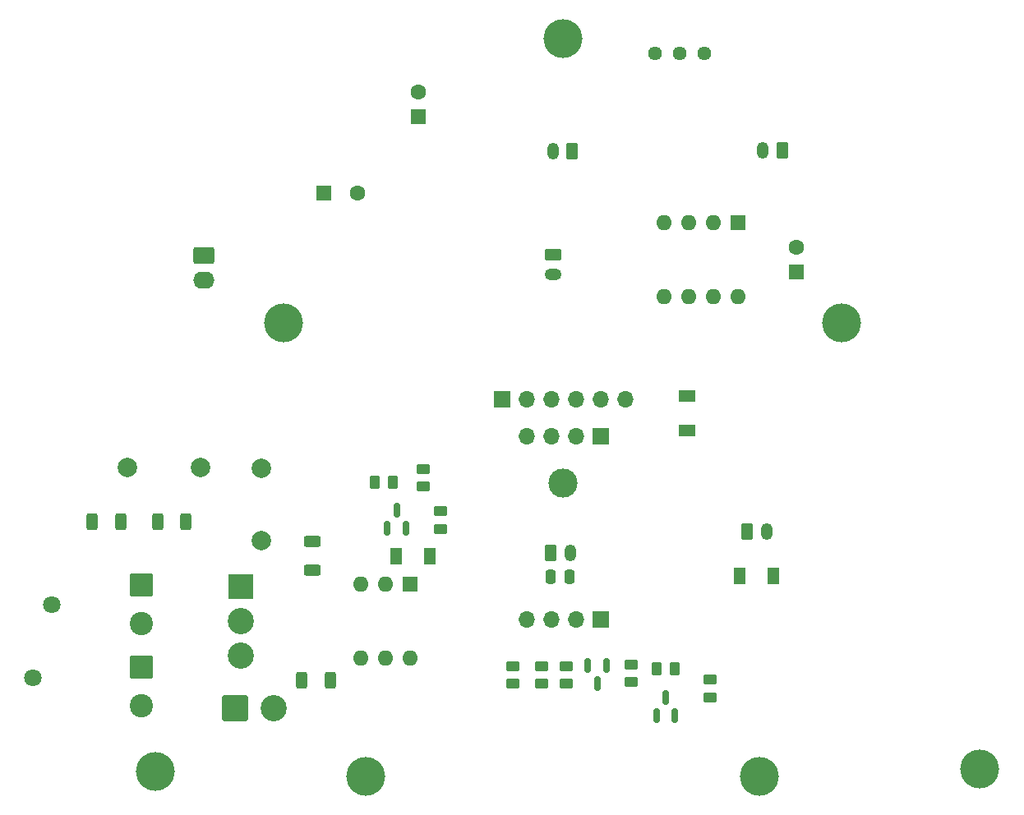
<source format=gbs>
G04 #@! TF.GenerationSoftware,KiCad,Pcbnew,(6.0.5)*
G04 #@! TF.CreationDate,2022-05-29T13:56:34+02:00*
G04 #@! TF.ProjectId,Jogurtownica,4a6f6775-7274-46f7-976e-6963612e6b69,rev?*
G04 #@! TF.SameCoordinates,Original*
G04 #@! TF.FileFunction,Soldermask,Bot*
G04 #@! TF.FilePolarity,Negative*
%FSLAX45Y45*%
G04 Gerber Fmt 4.5, Leading zero omitted, Abs format (unit mm)*
G04 Created by KiCad (PCBNEW (6.0.5)) date 2022-05-29 13:56:34*
%MOMM*%
%LPD*%
G01*
G04 APERTURE LIST*
G04 Aperture macros list*
%AMRoundRect*
0 Rectangle with rounded corners*
0 $1 Rounding radius*
0 $2 $3 $4 $5 $6 $7 $8 $9 X,Y pos of 4 corners*
0 Add a 4 corners polygon primitive as box body*
4,1,4,$2,$3,$4,$5,$6,$7,$8,$9,$2,$3,0*
0 Add four circle primitives for the rounded corners*
1,1,$1+$1,$2,$3*
1,1,$1+$1,$4,$5*
1,1,$1+$1,$6,$7*
1,1,$1+$1,$8,$9*
0 Add four rect primitives between the rounded corners*
20,1,$1+$1,$2,$3,$4,$5,0*
20,1,$1+$1,$4,$5,$6,$7,0*
20,1,$1+$1,$6,$7,$8,$9,0*
20,1,$1+$1,$8,$9,$2,$3,0*%
G04 Aperture macros list end*
%ADD10C,4.000000*%
%ADD11C,1.440000*%
%ADD12C,2.000000*%
%ADD13RoundRect,0.250000X-0.625000X0.350000X-0.625000X-0.350000X0.625000X-0.350000X0.625000X0.350000X0*%
%ADD14O,1.750000X1.200000*%
%ADD15RoundRect,0.250001X-0.949999X0.949999X-0.949999X-0.949999X0.949999X-0.949999X0.949999X0.949999X0*%
%ADD16C,2.400000*%
%ADD17R,1.600000X1.600000*%
%ADD18C,1.600000*%
%ADD19RoundRect,0.250000X0.350000X0.625000X-0.350000X0.625000X-0.350000X-0.625000X0.350000X-0.625000X0*%
%ADD20O,1.200000X1.750000*%
%ADD21RoundRect,0.250000X-0.845000X0.620000X-0.845000X-0.620000X0.845000X-0.620000X0.845000X0.620000X0*%
%ADD22O,2.190000X1.740000*%
%ADD23C,1.800000*%
%ADD24RoundRect,0.250000X-0.350000X-0.625000X0.350000X-0.625000X0.350000X0.625000X-0.350000X0.625000X0*%
%ADD25O,1.600000X1.600000*%
%ADD26RoundRect,0.250001X-1.099999X-1.099999X1.099999X-1.099999X1.099999X1.099999X-1.099999X1.099999X0*%
%ADD27C,2.700000*%
%ADD28C,3.000000*%
%ADD29R,2.500000X2.500000*%
%ADD30RoundRect,0.250000X-0.450000X0.262500X-0.450000X-0.262500X0.450000X-0.262500X0.450000X0.262500X0*%
%ADD31RoundRect,0.150000X-0.150000X0.587500X-0.150000X-0.587500X0.150000X-0.587500X0.150000X0.587500X0*%
%ADD32R,1.700000X1.300000*%
%ADD33R,1.700000X1.700000*%
%ADD34O,1.700000X1.700000*%
%ADD35R,1.300000X1.700000*%
%ADD36RoundRect,0.250000X-0.312500X-0.625000X0.312500X-0.625000X0.312500X0.625000X-0.312500X0.625000X0*%
%ADD37RoundRect,0.250000X0.312500X0.625000X-0.312500X0.625000X-0.312500X-0.625000X0.312500X-0.625000X0*%
%ADD38RoundRect,0.250000X0.450000X-0.262500X0.450000X0.262500X-0.450000X0.262500X-0.450000X-0.262500X0*%
%ADD39RoundRect,0.150000X0.150000X-0.587500X0.150000X0.587500X-0.150000X0.587500X-0.150000X-0.587500X0*%
%ADD40RoundRect,0.250000X-0.262500X-0.450000X0.262500X-0.450000X0.262500X0.450000X-0.262500X0.450000X0*%
%ADD41RoundRect,0.250000X-0.625000X0.312500X-0.625000X-0.312500X0.625000X-0.312500X0.625000X0.312500X0*%
%ADD42RoundRect,0.250000X0.262500X0.450000X-0.262500X0.450000X-0.262500X-0.450000X0.262500X-0.450000X0*%
%ADD43RoundRect,0.250000X-0.250000X-0.475000X0.250000X-0.475000X0.250000X0.475000X-0.250000X0.475000X0*%
G04 APERTURE END LIST*
D10*
G04 #@! TO.C,REF\u002A\u002A*
X14300000Y-12525000D03*
G04 #@! TD*
D11*
G04 #@! TO.C,RV1*
X10950000Y-5152500D03*
X11204000Y-5152500D03*
X11458000Y-5152500D03*
G04 #@! TD*
D10*
G04 #@! TO.C,REF\u002A\u002A*
X7125000Y-7925000D03*
G04 #@! TD*
D12*
G04 #@! TO.C,C7*
X6900000Y-10174500D03*
X6900000Y-9424500D03*
G04 #@! TD*
D13*
G04 #@! TO.C,J2*
X9900000Y-7225000D03*
D14*
X9900000Y-7425000D03*
G04 #@! TD*
D15*
G04 #@! TO.C,J10*
X5660000Y-10630000D03*
D16*
X5660000Y-11026000D03*
G04 #@! TD*
D17*
G04 #@! TO.C,C1*
X7540000Y-6590000D03*
D18*
X7890000Y-6590000D03*
G04 #@! TD*
D17*
G04 #@! TO.C,C4*
X12410000Y-7400511D03*
D18*
X12410000Y-7150511D03*
G04 #@! TD*
D17*
G04 #@! TO.C,C5*
X8510000Y-5800511D03*
D18*
X8510000Y-5550511D03*
G04 #@! TD*
D19*
G04 #@! TO.C,J8*
X12260000Y-6150000D03*
D20*
X12060000Y-6150000D03*
G04 #@! TD*
D21*
G04 #@! TO.C,J1*
X6307028Y-7236046D03*
D22*
X6307028Y-7490046D03*
G04 #@! TD*
D23*
G04 #@! TO.C,RV2*
X4735000Y-10835000D03*
X4545000Y-11585000D03*
G04 #@! TD*
D24*
G04 #@! TO.C,J9*
X11900000Y-10080000D03*
D20*
X12100000Y-10080000D03*
G04 #@! TD*
D15*
G04 #@! TO.C,J11*
X5660000Y-11480000D03*
D16*
X5660000Y-11876000D03*
G04 #@! TD*
D17*
G04 #@! TO.C,U3*
X8427500Y-10620000D03*
D25*
X8173500Y-10620000D03*
X7919500Y-10620000D03*
X7919500Y-11382000D03*
X8173500Y-11382000D03*
X8427500Y-11382000D03*
G04 #@! TD*
D24*
G04 #@! TO.C,J6*
X9880000Y-10300000D03*
D20*
X10080000Y-10300000D03*
G04 #@! TD*
D26*
G04 #@! TO.C,J12*
X6627000Y-11897500D03*
D27*
X7023000Y-11897500D03*
G04 #@! TD*
D10*
G04 #@! TO.C,REF\u002A\u002A*
X5800000Y-12550000D03*
G04 #@! TD*
G04 #@! TO.C,REF\u002A\u002A*
X10000000Y-5000000D03*
G04 #@! TD*
D17*
G04 #@! TO.C,U2*
X11805000Y-6895000D03*
D25*
X11551000Y-6895000D03*
X11297000Y-6895000D03*
X11043000Y-6895000D03*
X11043000Y-7657000D03*
X11297000Y-7657000D03*
X11551000Y-7657000D03*
X11805000Y-7657000D03*
G04 #@! TD*
D19*
G04 #@! TO.C,J7*
X10100000Y-6155000D03*
D20*
X9900000Y-6155000D03*
G04 #@! TD*
D10*
G04 #@! TO.C,REF\u002A\u002A*
X12875000Y-7925000D03*
G04 #@! TD*
D28*
G04 #@! TO.C,REF\u002A\u002A*
X10000000Y-9580000D03*
G04 #@! TD*
D10*
G04 #@! TO.C,REF\u002A\u002A*
X12025000Y-12600000D03*
G04 #@! TD*
G04 #@! TO.C,REF\u002A\u002A*
X7975000Y-12600000D03*
G04 #@! TD*
D12*
G04 #@! TO.C,C8*
X5515500Y-9420000D03*
X6265500Y-9420000D03*
G04 #@! TD*
D29*
G04 #@! TO.C,Q4*
X6685500Y-10646000D03*
D27*
X6685500Y-11000000D03*
X6685500Y-11356000D03*
G04 #@! TD*
D30*
G04 #@! TO.C,R15*
X10710000Y-11448750D03*
X10710000Y-11631250D03*
G04 #@! TD*
D31*
G04 #@! TO.C,Q5*
X10260000Y-11456250D03*
X10450000Y-11456250D03*
X10355000Y-11643750D03*
G04 #@! TD*
D30*
G04 #@! TO.C,R13*
X9780000Y-11463750D03*
X9780000Y-11646250D03*
G04 #@! TD*
D32*
G04 #@! TO.C,D3*
X11280000Y-8685000D03*
X11280000Y-9035000D03*
G04 #@! TD*
D33*
G04 #@! TO.C,J5*
X10390000Y-10987500D03*
D34*
X10136000Y-10987500D03*
X9882000Y-10987500D03*
X9628000Y-10987500D03*
G04 #@! TD*
D35*
G04 #@! TO.C,D4*
X11825000Y-10535000D03*
X12175000Y-10535000D03*
G04 #@! TD*
D36*
G04 #@! TO.C,R18*
X5828750Y-9975000D03*
X6121250Y-9975000D03*
G04 #@! TD*
D37*
G04 #@! TO.C,R19*
X5446250Y-9975000D03*
X5153750Y-9975000D03*
G04 #@! TD*
D30*
G04 #@! TO.C,R8*
X8560000Y-9433750D03*
X8560000Y-9616250D03*
G04 #@! TD*
D33*
G04 #@! TO.C,J4*
X9375000Y-8720000D03*
D34*
X9629000Y-8720000D03*
X9883000Y-8720000D03*
X10137000Y-8720000D03*
X10391000Y-8720000D03*
X10645000Y-8720000D03*
G04 #@! TD*
D38*
G04 #@! TO.C,R21*
X10040000Y-11646250D03*
X10040000Y-11463750D03*
G04 #@! TD*
D30*
G04 #@! TO.C,R14*
X11520000Y-11603750D03*
X11520000Y-11786250D03*
G04 #@! TD*
D38*
G04 #@! TO.C,R20*
X9490000Y-11646250D03*
X9490000Y-11463750D03*
G04 #@! TD*
D36*
G04 #@! TO.C,R17*
X7313750Y-11610000D03*
X7606250Y-11610000D03*
G04 #@! TD*
D39*
G04 #@! TO.C,Q2*
X8385000Y-10043750D03*
X8195000Y-10043750D03*
X8290000Y-9856250D03*
G04 #@! TD*
D40*
G04 #@! TO.C,R12*
X10968750Y-11490000D03*
X11151250Y-11490000D03*
G04 #@! TD*
D35*
G04 #@! TO.C,D5*
X8635000Y-10335000D03*
X8285000Y-10335000D03*
G04 #@! TD*
D33*
G04 #@! TO.C,J3*
X10390000Y-9100000D03*
D34*
X10136000Y-9100000D03*
X9882000Y-9100000D03*
X9628000Y-9100000D03*
G04 #@! TD*
D41*
G04 #@! TO.C,R16*
X7420000Y-10183750D03*
X7420000Y-10476250D03*
G04 #@! TD*
D39*
G04 #@! TO.C,Q3*
X11155000Y-11973750D03*
X10965000Y-11973750D03*
X11060000Y-11786250D03*
G04 #@! TD*
D30*
G04 #@! TO.C,R11*
X8740000Y-9868750D03*
X8740000Y-10051250D03*
G04 #@! TD*
D42*
G04 #@! TO.C,R10*
X8251250Y-9570000D03*
X8068750Y-9570000D03*
G04 #@! TD*
D43*
G04 #@! TO.C,C9*
X9880000Y-10545000D03*
X10070000Y-10545000D03*
G04 #@! TD*
M02*

</source>
